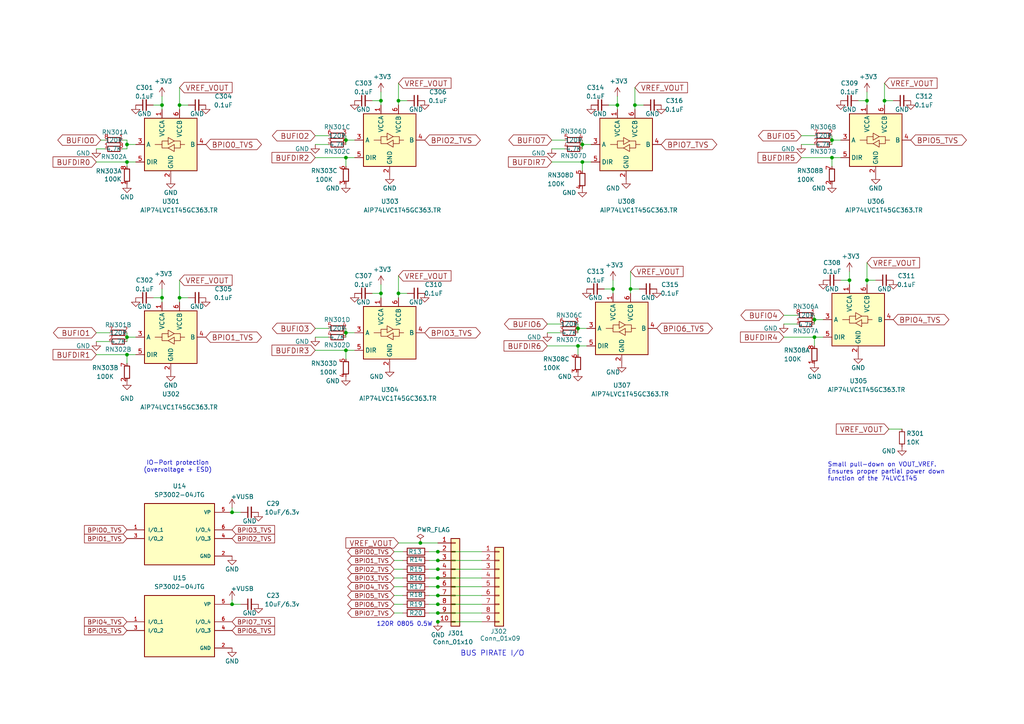
<source format=kicad_sch>
(kicad_sch (version 20231120) (generator "eeschema") (generator_version "8.0")
  (paper "A4")
  (junction (at 167.64 100.33))
  (junction (at 251.46 81.28))
  (junction (at 100.33 40.64))
  (junction (at 67.31 175.26))
  (junction (at 52.07 30.48))
  (junction (at 115.57 29.21))
  (junction (at 36.83 41.91))
  (junction (at 127 167.64))
  (junction (at 52.07 86.36))
  (junction (at 115.57 85.09))
  (junction (at 246.38 81.28))
  (junction (at 127 172.72))
  (junction (at 46.99 30.48))
  (junction (at 127 177.8))
  (junction (at 36.83 46.99))
  (junction (at 127 160.02))
  (junction (at 100.33 96.52))
  (junction (at 127 162.56))
  (junction (at 168.91 41.91))
  (junction (at 241.3 40.64))
  (junction (at 127 180.34))
  (junction (at 36.83 102.87))
  (junction (at 236.22 97.79))
  (junction (at 179.07 30.48))
  (junction (at 182.88 83.82))
  (junction (at 127 170.18))
  (junction (at 168.91 46.99))
  (junction (at 36.83 97.79))
  (junction (at 110.49 85.09))
  (junction (at 241.3 45.72))
  (junction (at 167.64 95.25))
  (junction (at 110.49 29.21))
  (junction (at 184.15 30.48))
  (junction (at 67.31 148.59))
  (junction (at 121.92 157.48))
  (junction (at 236.22 92.71))
  (junction (at 256.54 29.21))
  (junction (at 100.33 101.6))
  (junction (at 46.99 86.36))
  (junction (at 177.8 83.82))
  (junction (at 251.46 29.21))
  (junction (at 127 175.26))
  (junction (at 127 165.1))
  (junction (at 100.33 45.72))
  (wire (pts (xy 236.22 41.91) (xy 232.41 41.91)))
  (wire (pts (xy 110.49 30.48) (xy 110.49 29.21)))
  (wire (pts (xy 259.08 29.21) (xy 256.54 29.21)))
  (wire (pts (xy 127 177.8) (xy 139.7 177.8)))
  (wire (pts (xy 39.37 97.79) (xy 36.83 97.79)))
  (wire (pts (xy 114.3 177.8) (xy 116.84 177.8)))
  (wire (pts (xy 52.07 81.28) (xy 52.07 86.36)))
  (wire (pts (xy 139.7 160.02) (xy 127 160.02)))
  (wire (pts (xy 36.83 102.87) (xy 27.94 102.87)))
  (wire (pts (xy 241.3 45.72) (xy 241.3 48.26)))
  (wire (pts (xy 176.53 30.48) (xy 179.07 30.48)))
  (wire (pts (xy 36.83 99.06) (xy 36.83 97.79)))
  (wire (pts (xy 170.18 100.33) (xy 167.64 100.33)))
  (wire (pts (xy 236.22 92.71) (xy 236.22 91.44)))
  (wire (pts (xy 163.83 40.64) (xy 160.02 40.64)))
  (wire (pts (xy 124.46 170.18) (xy 127 170.18)))
  (wire (pts (xy 162.56 96.52) (xy 158.75 96.52)))
  (wire (pts (xy 100.33 45.72) (xy 100.33 48.26)))
  (wire (pts (xy 100.33 45.72) (xy 91.44 45.72)))
  (wire (pts (xy 238.76 97.79) (xy 236.22 97.79)))
  (wire (pts (xy 127 172.72) (xy 139.7 172.72)))
  (wire (pts (xy 69.85 175.26) (xy 67.31 175.26)))
  (wire (pts (xy 52.07 31.75) (xy 52.07 30.48)))
  (wire (pts (xy 243.84 81.28) (xy 246.38 81.28)))
  (wire (pts (xy 168.91 46.99) (xy 168.91 49.53)))
  (wire (pts (xy 110.49 29.21) (xy 110.49 26.67)))
  (wire (pts (xy 167.64 100.33) (xy 167.64 102.87)))
  (wire (pts (xy 54.61 30.48) (xy 52.07 30.48)))
  (wire (pts (xy 177.8 83.82) (xy 177.8 81.28)))
  (wire (pts (xy 46.99 31.75) (xy 46.99 30.48)))
  (wire (pts (xy 95.25 95.25) (xy 91.44 95.25)))
  (wire (pts (xy 36.83 97.79) (xy 36.83 96.52)))
  (wire (pts (xy 241.3 41.91) (xy 241.3 40.64)))
  (wire (pts (xy 168.91 46.99) (xy 160.02 46.99)))
  (wire (pts (xy 236.22 39.37) (xy 232.41 39.37)))
  (wire (pts (xy 118.11 85.09) (xy 115.57 85.09)))
  (wire (pts (xy 236.22 93.98) (xy 236.22 92.71)))
  (wire (pts (xy 171.45 46.99) (xy 168.91 46.99)))
  (wire (pts (xy 170.18 95.25) (xy 167.64 95.25)))
  (wire (pts (xy 124.46 167.64) (xy 127 167.64)))
  (wire (pts (xy 36.83 48.26) (xy 36.83 46.99)))
  (wire (pts (xy 114.3 175.26) (xy 116.84 175.26)))
  (wire (pts (xy 115.57 86.36) (xy 115.57 85.09)))
  (wire (pts (xy 175.26 83.82) (xy 177.8 83.82)))
  (wire (pts (xy 114.3 172.72) (xy 116.84 172.72)))
  (wire (pts (xy 114.3 170.18) (xy 116.84 170.18)))
  (wire (pts (xy 231.14 91.44) (xy 227.33 91.44)))
  (wire (pts (xy 67.31 147.32) (xy 67.31 148.59)))
  (wire (pts (xy 54.61 86.36) (xy 52.07 86.36)))
  (wire (pts (xy 115.57 30.48) (xy 115.57 29.21)))
  (wire (pts (xy 246.38 81.28) (xy 246.38 78.74)))
  (wire (pts (xy 115.57 80.01) (xy 115.57 85.09)))
  (wire (pts (xy 124.46 177.8) (xy 127 177.8)))
  (wire (pts (xy 179.07 30.48) (xy 179.07 27.94)))
  (wire (pts (xy 44.45 30.48) (xy 46.99 30.48)))
  (wire (pts (xy 162.56 93.98) (xy 158.75 93.98)))
  (wire (pts (xy 36.83 43.18) (xy 35.56 43.18)))
  (wire (pts (xy 243.84 40.64) (xy 241.3 40.64)))
  (wire (pts (xy 124.46 172.72) (xy 127 172.72)))
  (wire (pts (xy 100.33 101.6) (xy 91.44 101.6)))
  (wire (pts (xy 31.75 96.52) (xy 27.94 96.52)))
  (wire (pts (xy 243.84 45.72) (xy 241.3 45.72)))
  (wire (pts (xy 257.81 124.46) (xy 261.62 124.46)))
  (wire (pts (xy 102.87 40.64) (xy 100.33 40.64)))
  (wire (pts (xy 46.99 87.63) (xy 46.99 86.36)))
  (wire (pts (xy 39.37 102.87) (xy 36.83 102.87)))
  (wire (pts (xy 177.8 85.09) (xy 177.8 83.82)))
  (wire (pts (xy 118.11 29.21) (xy 115.57 29.21)))
  (wire (pts (xy 67.31 173.99) (xy 67.31 175.26)))
  (wire (pts (xy 95.25 39.37) (xy 91.44 39.37)))
  (wire (pts (xy 110.49 86.36) (xy 110.49 85.09)))
  (wire (pts (xy 171.45 41.91) (xy 168.91 41.91)))
  (wire (pts (xy 179.07 31.75) (xy 179.07 30.48)))
  (wire (pts (xy 115.57 24.13) (xy 115.57 29.21)))
  (wire (pts (xy 115.57 157.48) (xy 121.92 157.48)))
  (wire (pts (xy 231.14 93.98) (xy 227.33 93.98)))
  (wire (pts (xy 27.94 46.99) (xy 36.83 46.99)))
  (wire (pts (xy 30.48 40.64) (xy 29.21 40.64)))
  (wire (pts (xy 95.25 97.79) (xy 91.44 97.79)))
  (wire (pts (xy 114.3 167.64) (xy 116.84 167.64)))
  (wire (pts (xy 127 180.34) (xy 139.7 180.34)))
  (wire (pts (xy 168.91 41.91) (xy 168.91 40.64)))
  (wire (pts (xy 241.3 45.72) (xy 232.41 45.72)))
  (wire (pts (xy 124.46 160.02) (xy 127 160.02)))
  (wire (pts (xy 251.46 30.48) (xy 251.46 29.21)))
  (wire (pts (xy 114.3 162.56) (xy 116.84 162.56)))
  (wire (pts (xy 107.95 85.09) (xy 110.49 85.09)))
  (wire (pts (xy 100.33 41.91) (xy 100.33 40.64)))
  (wire (pts (xy 36.83 40.64) (xy 35.56 40.64)))
  (wire (pts (xy 102.87 45.72) (xy 100.33 45.72)))
  (wire (pts (xy 163.83 43.18) (xy 160.02 43.18)))
  (wire (pts (xy 127 167.64) (xy 139.7 167.64)))
  (wire (pts (xy 27.94 43.18) (xy 30.48 43.18)))
  (wire (pts (xy 100.33 40.64) (xy 100.33 39.37)))
  (wire (pts (xy 238.76 92.71) (xy 236.22 92.71)))
  (wire (pts (xy 254 81.28) (xy 251.46 81.28)))
  (wire (pts (xy 251.46 29.21) (xy 251.46 26.67)))
  (wire (pts (xy 114.3 165.1) (xy 116.84 165.1)))
  (wire (pts (xy 127 165.1) (xy 139.7 165.1)))
  (wire (pts (xy 124.46 165.1) (xy 127 165.1)))
  (wire (pts (xy 100.33 96.52) (xy 100.33 95.25)))
  (wire (pts (xy 31.75 99.06) (xy 27.94 99.06)))
  (wire (pts (xy 167.64 96.52) (xy 167.64 95.25)))
  (wire (pts (xy 168.91 43.18) (xy 168.91 41.91)))
  (wire (pts (xy 52.07 87.63) (xy 52.07 86.36)))
  (wire (pts (xy 256.54 24.13) (xy 256.54 29.21)))
  (wire (pts (xy 182.88 78.74) (xy 182.88 83.82)))
  (wire (pts (xy 185.42 83.82) (xy 182.88 83.82)))
  (wire (pts (xy 52.07 25.4) (xy 52.07 30.48)))
  (wire (pts (xy 167.64 100.33) (xy 158.75 100.33)))
  (wire (pts (xy 46.99 86.36) (xy 46.99 83.82)))
  (wire (pts (xy 36.83 102.87) (xy 36.83 105.41)))
  (wire (pts (xy 246.38 82.55) (xy 246.38 81.28)))
  (wire (pts (xy 236.22 97.79) (xy 227.33 97.79)))
  (wire (pts (xy 36.83 43.18) (xy 36.83 41.91)))
  (wire (pts (xy 236.22 97.79) (xy 236.22 100.33)))
  (wire (pts (xy 46.99 30.48) (xy 46.99 27.94)))
  (wire (pts (xy 124.46 162.56) (xy 127 162.56)))
  (wire (pts (xy 100.33 101.6) (xy 100.33 104.14)))
  (wire (pts (xy 251.46 76.2) (xy 251.46 81.28)))
  (wire (pts (xy 95.25 41.91) (xy 91.44 41.91)))
  (wire (pts (xy 102.87 96.52) (xy 100.33 96.52)))
  (wire (pts (xy 241.3 40.64) (xy 241.3 39.37)))
  (wire (pts (xy 36.83 41.91) (xy 36.83 40.64)))
  (wire (pts (xy 121.92 157.48) (xy 127 157.48)))
  (wire (pts (xy 44.45 86.36) (xy 46.99 86.36)))
  (wire (pts (xy 100.33 97.79) (xy 100.33 96.52)))
  (wire (pts (xy 114.3 160.02) (xy 116.84 160.02)))
  (wire (pts (xy 167.64 95.25) (xy 167.64 93.98)))
  (wire (pts (xy 127 170.18) (xy 139.7 170.18)))
  (wire (pts (xy 186.69 30.48) (xy 184.15 30.48)))
  (wire (pts (xy 184.15 25.4) (xy 184.15 30.48)))
  (wire (pts (xy 124.46 175.26) (xy 127 175.26)))
  (wire (pts (xy 127 175.26) (xy 139.7 175.26)))
  (wire (pts (xy 127 162.56) (xy 139.7 162.56)))
  (wire (pts (xy 107.95 29.21) (xy 110.49 29.21)))
  (wire (pts (xy 248.92 29.21) (xy 251.46 29.21)))
  (wire (pts (xy 69.85 148.59) (xy 67.31 148.59)))
  (wire (pts (xy 184.15 31.75) (xy 184.15 30.48)))
  (wire (pts (xy 102.87 101.6) (xy 100.33 101.6)))
  (wire (pts (xy 256.54 30.48) (xy 256.54 29.21)))
  (wire (pts (xy 36.83 46.99) (xy 39.37 46.99)))
  (wire (pts (xy 182.88 85.09) (xy 182.88 83.82)))
  (wire (pts (xy 39.37 41.91) (xy 36.83 41.91)))
  (wire (pts (xy 251.46 82.55) (xy 251.46 81.28)))
  (wire (pts (xy 110.49 85.09) (xy 110.49 82.55)))
  (text "120R 0805 0.5W" (at 117.348 181.102 0) (effects (font (size 1.27 1.27))))
  (text "Small pull-down on VOUT_VREF.\nEnsures proper partial power down \nfunction of the 74LVC1T45" (at 240.03 139.7 0) (effects (font (size 1.27 1.27)) (justify left bottom)))
  (text "BUS PIRATE I/O" (at 152.146 190.5 0) (effects (font (size 1.524 1.524)) (justify right bottom)))
  (text "IO-Port protection\n(overvoltage + ESD)" (at 51.562 135.382 0) (effects (font (size 1.27 1.27))))
  (global_label "BPIO2_TVS" (shape bidirectional) (at 123.19 40.64 0) (effects (font (size 1.524 1.524))) (property "Intersheetrefs" "${INTERSHEET_REFS}" (effects (hide yes))))
  (global_label "BPIO0_TVS" (shape bidirectional) (at 59.69 41.91 0) (effects (font (size 1.524 1.524))) (property "Intersheetrefs" "${INTERSHEET_REFS}" (effects (hide yes))))
  (global_label "BPIO7_TVS" (shape bidirectional) (at 191.77 41.91 0) (effects (font (size 1.524 1.524))) (property "Intersheetrefs" "${INTERSHEET_REFS}" (effects (hide yes))))
  (global_label "BUFDIR0" (shape input) (at 27.94 46.99 180) (effects (font (size 1.524 1.524))) (property "Intersheetrefs" "${INTERSHEET_REFS}" (effects (hide yes))))
  (global_label "BUFIO5" (shape bidirectional) (at 232.41 39.37 180) (effects (font (size 1.524 1.524))) (property "Intersheetrefs" "${INTERSHEET_REFS}" (effects (hide yes))))
  (global_label "BUFIO3" (shape bidirectional) (at 91.44 95.25 180) (effects (font (size 1.524 1.524))) (property "Intersheetrefs" "${INTERSHEET_REFS}" (effects (hide yes))))
  (global_label "VREF_VOUT" (shape input) (at 115.57 157.48 180) (effects (font (size 1.524 1.524))) (property "Intersheetrefs" "${INTERSHEET_REFS}" (effects (hide yes))))
  (global_label "BUFDIR4" (shape input) (at 227.33 97.79 180) (effects (font (size 1.524 1.524))) (property "Intersheetrefs" "${INTERSHEET_REFS}" (effects (hide yes))))
  (global_label "BUFIO0" (shape bidirectional) (at 29.21 40.64 180) (effects (font (size 1.524 1.524))) (property "Intersheetrefs" "${INTERSHEET_REFS}" (effects (hide yes))))
  (global_label "BPIO7_TVS" (shape input) (at 67.31 180.34 0) (property "Intersheetrefs" "${INTERSHEET_REFS}" (effects (hide yes))))
  (global_label "VREF_VOUT" (shape input) (at 115.57 80.01 0) (effects (font (size 1.524 1.524))) (property "Intersheetrefs" "${INTERSHEET_REFS}" (effects (hide yes))))
  (global_label "BPIO3_TVS" (shape input) (at 67.31 153.67 0) (property "Intersheetrefs" "${INTERSHEET_REFS}" (effects (hide yes))))
  (global_label "BUFIO2" (shape bidirectional) (at 91.44 39.37 180) (effects (font (size 1.524 1.524))) (property "Intersheetrefs" "${INTERSHEET_REFS}" (effects (hide yes))))
  (global_label "BUFDIR3" (shape input) (at 91.44 101.6 180) (effects (font (size 1.524 1.524))) (property "Intersheetrefs" "${INTERSHEET_REFS}" (effects (hide yes))))
  (global_label "BPIO5_TVS" (shape input) (at 36.83 182.88 180) (property "Intersheetrefs" "${INTERSHEET_REFS}" (effects (hide yes))))
  (global_label "BUFIO4" (shape bidirectional) (at 227.33 91.44 180) (effects (font (size 1.524 1.524))) (property "Intersheetrefs" "${INTERSHEET_REFS}" (effects (hide yes))))
  (global_label "BPIO5_TVS" (shape bidirectional) (at 264.16 40.64 0) (effects (font (size 1.524 1.524))) (property "Intersheetrefs" "${INTERSHEET_REFS}" (effects (hide yes))))
  (global_label "BUFDIR2" (shape input) (at 91.44 45.72 180) (effects (font (size 1.524 1.524))) (property "Intersheetrefs" "${INTERSHEET_REFS}" (effects (hide yes))))
  (global_label "BPIO6_TVS" (shape input) (at 67.31 182.88 0) (property "Intersheetrefs" "${INTERSHEET_REFS}" (effects (hide yes))))
  (global_label "BPIO1_TVS" (shape bidirectional) (at 59.69 97.79 0) (effects (font (size 1.524 1.524))) (property "Intersheetrefs" "${INTERSHEET_REFS}" (effects (hide yes))))
  (global_label "BPIO1_TVS" (shape bidirectional) (at 114.3 162.56 180) (property "Intersheetrefs" "${INTERSHEET_REFS}" (effects (hide yes))))
  (global_label "VREF_VOUT" (shape input) (at 52.07 25.4 0) (effects (font (size 1.524 1.524))) (property "Intersheetrefs" "${INTERSHEET_REFS}" (effects (hide yes))))
  (global_label "BPIO4_TVS" (shape input) (at 36.83 180.34 180) (property "Intersheetrefs" "${INTERSHEET_REFS}" (effects (hide yes))))
  (global_label "VREF_VOUT" (shape input) (at 115.57 24.13 0) (effects (font (size 1.524 1.524))) (property "Intersheetrefs" "${INTERSHEET_REFS}" (effects (hide yes))))
  (global_label "BPIO4_TVS" (shape bidirectional) (at 114.3 170.18 180) (property "Intersheetrefs" "${INTERSHEET_REFS}" (effects (hide yes))))
  (global_label "BPIO4_TVS" (shape bidirectional) (at 259.08 92.71 0) (effects (font (size 1.524 1.524))) (property "Intersheetrefs" "${INTERSHEET_REFS}" (effects (hide yes))))
  (global_label "VREF_VOUT" (shape input) (at 257.81 124.46 180) (effects (font (size 1.524 1.524))) (property "Intersheetrefs" "${INTERSHEET_REFS}" (effects (hide yes))))
  (global_label "BPIO6_TVS" (shape bidirectional) (at 114.3 175.26 180) (property "Intersheetrefs" "${INTERSHEET_REFS}" (effects (hide yes))))
  (global_label "VREF_VOUT" (shape input) (at 184.15 25.4 0) (effects (font (size 1.524 1.524))) (property "Intersheetrefs" "${INTERSHEET_REFS}" (effects (hide yes))))
  (global_label "BPIO1_TVS" (shape input) (at 36.83 156.21 180) (property "Intersheetrefs" "${INTERSHEET_REFS}" (effects (hide yes))))
  (global_label "VREF_VOUT" (shape input) (at 182.88 78.74 0) (effects (font (size 1.524 1.524))) (property "Intersheetrefs" "${INTERSHEET_REFS}" (effects (hide yes))))
  (global_label "BPIO6_TVS" (shape bidirectional) (at 190.5 95.25 0) (effects (font (size 1.524 1.524))) (property "Intersheetrefs" "${INTERSHEET_REFS}" (effects (hide yes))))
  (global_label "BPIO3_TVS" (shape bidirectional) (at 123.19 96.52 0) (effects (font (size 1.524 1.524))) (property "Intersheetrefs" "${INTERSHEET_REFS}" (effects (hide yes))))
  (global_label "BUFIO1" (shape bidirectional) (at 27.94 96.52 180) (effects (font (size 1.524 1.524))) (property "Intersheetrefs" "${INTERSHEET_REFS}" (effects (hide yes))))
  (global_label "BUFDIR5" (shape input) (at 232.41 45.72 180) (effects (font (size 1.524 1.524))) (property "Intersheetrefs" "${INTERSHEET_REFS}" (effects (hide yes))))
  (global_label "VREF_VOUT" (shape input) (at 256.54 24.13 0) (effects (font (size 1.524 1.524))) (property "Intersheetrefs" "${INTERSHEET_REFS}" (effects (hide yes))))
  (global_label "BUFIO7" (shape bidirectional) (at 160.02 40.64 180) (effects (font (size 1.524 1.524))) (property "Intersheetrefs" "${INTERSHEET_REFS}" (effects (hide yes))))
  (global_label "VREF_VOUT" (shape input) (at 52.07 81.28 0) (effects (font (size 1.524 1.524))) (property "Intersheetrefs" "${INTERSHEET_REFS}" (effects (hide yes))))
  (global_label "BPIO3_TVS" (shape bidirectional) (at 114.3 167.64 180) (property "Intersheetrefs" "${INTERSHEET_REFS}" (effects (hide yes))))
  (global_label "BUFDIR1" (shape input) (at 27.94 102.87 180) (effects (font (size 1.524 1.524))) (property "Intersheetrefs" "${INTERSHEET_REFS}" (effects (hide yes))))
  (global_label "BUFDIR6" (shape input) (at 158.75 100.33 180) (effects (font (size 1.524 1.524))) (property "Intersheetrefs" "${INTERSHEET_REFS}" (effects (hide yes))))
  (global_label "VREF_VOUT" (shape input) (at 251.46 76.2 0) (effects (font (size 1.524 1.524))) (property "Intersheetrefs" "${INTERSHEET_REFS}" (effects (hide yes))))
  (global_label "BPIO7_TVS" (shape bidirectional) (at 114.3 177.8 180) (property "Intersheetrefs" "${INTERSHEET_REFS}" (effects (hide yes))))
  (global_label "BPIO2_TVS" (shape input) (at 67.31 156.21 0) (property "Intersheetrefs" "${INTERSHEET_REFS}" (effects (hide yes))))
  (global_label "BUFIO6" (shape bidirectional) (at 158.75 93.98 180) (effects (font (size 1.524 1.524))) (property "Intersheetrefs" "${INTERSHEET_REFS}" (effects (hide yes))))
  (global_label "BPIO0_TVS" (shape bidirectional) (at 114.3 160.02 180) (property "Intersheetrefs" "${INTERSHEET_REFS}" (effects (hide yes))))
  (global_label "BPIO2_TVS" (shape bidirectional) (at 114.3 165.1 180) (property "Intersheetrefs" "${INTERSHEET_REFS}" (effects (hide yes))))
  (global_label "BPIO5_TVS" (shape bidirectional) (at 114.3 172.72 180) (property "Intersheetrefs" "${INTERSHEET_REFS}" (effects (hide yes))))
  (global_label "BPIO0_TVS" (shape input) (at 36.83 153.67 180) (property "Intersheetrefs" "${INTERSHEET_REFS}" (effects (hide yes))))
  (global_label "BUFDIR7" (shape input) (at 160.02 46.99 180) (effects (font (size 1.524 1.524))) (property "Intersheetrefs" "${INTERSHEET_REFS}" (effects (hide yes))))
  (symbol (lib_id "power:+3V3") (at 46.99 27.94 0) (unit 1)
    (property "Reference" "#PWR0310" (effects (hide yes)))
    (property "Value" "+3V3" (at 47.371 23.5458 0))
  )
  (symbol (lib_id "Device:C_Small") (at 57.15 30.48 90) (unit 1)
    (property "Reference" "C304" (at 64.77 27.94 90))
    (property "Value" "0.1uF" (at 64.77 30.48 90))
    (property "Footprint" "Capacitor_SMD:C_0402_1005Metric" (effects (hide yes)))
    (property "RMB" "0.00628" (effects (hide yes)))
    (property "Supplier" "https://item.szlcsc.com/1877.html" (effects (hide yes)))
  )
  (symbol (lib_id "power:GND") (at 39.37 30.48 0) (unit 1)
    (property "Reference" "#PWR0307" (effects (hide yes)))
    (property "Value" "GND" (at 41.91 33.02 0))
  )
  (symbol (lib_id "power:GND") (at 59.69 30.48 0) (unit 1)
    (property "Reference" "#PWR0316" (effects (hide yes)))
    (property "Value" "GND" (at 57.15 33.02 0))
  )
  (symbol (lib_id "power:GND") (at 49.53 52.07 0) (unit 1)
    (property "Reference" "#PWR0313" (effects (hide yes)))
    (property "Value" "GND" (at 49.53 55.88 0))
  )
  (symbol (lib_id "power:GND") (at 27.94 43.18 0) (unit 1)
    (property "Reference" "#PWR0301" (effects (hide yes)))
    (property "Value" "GND" (at 24.13 44.45 0))
  )
  (symbol (lib_id "power:GND") (at 36.83 53.34 0) (unit 1)
    (property "Reference" "#PWR0304" (effects (hide yes)))
    (property "Value" "GND" (at 36.83 57.15 0))
  )
  (symbol (lib_id "Device:C_Small") (at 41.91 86.36 90) (unit 1)
    (property "Reference" "C302" (at 41.91 81.28 90))
    (property "Value" "0.1uF" (at 41.91 83.82 90))
    (property "Footprint" "Capacitor_SMD:C_0402_1005Metric" (effects (hide yes)))
    (property "RMB" "0.00628" (effects (hide yes)))
    (property "Supplier" "https://item.szlcsc.com/1877.html" (effects (hide yes)))
  )
  (symbol (lib_id "Logic_LevelTranslator:SN74LVC1T45DCK") (at 49.53 97.79 0) (unit 1)
    (property "Reference" "U302" (at 46.99 114.3 0) (effects (justify left)))
    (property "Value" "AiP74LVC1T45GC363.TR" (at 40.64 118.11 0) (effects (justify left)))
    (property "Footprint" "Package_TO_SOT_SMD:SOT-363_SC-70-6" (effects (hide yes)))
    (property "Datasheet" "http://www.ti.com/lit/ds/symlink/sn74lvc1t45.pdf" (effects (hide yes)))
    (property "RMB" "1.33" (effects (hide yes)))
    (property "Supplier" "https://item.szlcsc.com/9911.html" (effects (hide yes)))
  )
  (symbol (lib_id "power:+3V3") (at 46.99 83.82 0) (unit 1)
    (property "Reference" "#PWR0311" (effects (hide yes)))
    (property "Value" "+3V3" (at 47.371 79.4258 0))
  )
  (symbol (lib_id "Device:C_Small") (at 57.15 86.36 90) (unit 1)
    (property "Reference" "C305" (at 64.77 83.82 90))
    (property "Value" "0.1uF" (at 64.77 86.36 90))
    (property "Footprint" "Capacitor_SMD:C_0402_1005Metric" (effects (hide yes)))
    (property "RMB" "0.00628" (effects (hide yes)))
    (property "Supplier" "https://item.szlcsc.com/1877.html" (effects (hide yes)))
  )
  (symbol (lib_id "power:GND") (at 39.37 86.36 0) (unit 1)
    (property "Reference" "#PWR0308" (effects (hide yes)))
    (property "Value" "GND" (at 41.91 88.9 0))
  )
  (symbol (lib_id "power:GND") (at 59.69 86.36 0) (unit 1)
    (property "Reference" "#PWR0318" (effects (hide yes)))
    (property "Value" "GND" (at 57.15 88.9 0))
  )
  (symbol (lib_id "power:GND") (at 49.53 107.95 0) (unit 1)
    (property "Reference" "#PWR0314" (effects (hide yes)))
    (property "Value" "GND" (at 49.53 111.76 0))
  )
  (symbol (lib_id "power:GND") (at 27.94 99.06 0) (unit 1)
    (property "Reference" "#PWR0302" (effects (hide yes)))
    (property "Value" "GND" (at 24.13 100.33 0))
  )
  (symbol (lib_id "power:GND") (at 36.83 110.49 0) (unit 1)
    (property "Reference" "#PWR0305" (effects (hide yes)))
    (property "Value" "GND" (at 36.83 115.57 0))
  )
  (symbol (lib_id "Device:C_Small") (at 105.41 29.21 90) (unit 1)
    (property "Reference" "C303" (at 105.41 24.13 90))
    (property "Value" "0.1uF" (at 105.41 26.67 90))
    (property "Footprint" "Capacitor_SMD:C_0402_1005Metric" (effects (hide yes)))
    (property "RMB" "0.00628" (effects (hide yes)))
    (property "Supplier" "https://item.szlcsc.com/1877.html" (effects (hide yes)))
  )
  (symbol (lib_id "Logic_LevelTranslator:SN74LVC1T45DCK") (at 113.03 40.64 0) (unit 1)
    (property "Reference" "U303" (at 110.49 58.42 0) (effects (justify left)))
    (property "Value" "AiP74LVC1T45GC363.TR" (at 105.41 60.96 0) (effects (justify left)))
    (property "Footprint" "Package_TO_SOT_SMD:SOT-363_SC-70-6" (effects (hide yes)))
    (property "Datasheet" "http://www.ti.com/lit/ds/symlink/sn74lvc1t45.pdf" (effects (hide yes)))
    (property "RMB" "1.33" (effects (hide yes)))
    (property "Supplier" "https://item.szlcsc.com/9911.html" (effects (hide yes)))
  )
  (symbol (lib_id "power:+3V3") (at 110.49 26.67 0) (unit 1)
    (property "Reference" "#PWR0312" (effects (hide yes)))
    (property "Value" "+3V3" (at 110.871 22.2758 0))
  )
  (symbol (lib_id "Device:C_Small") (at 120.65 29.21 90) (unit 1)
    (property "Reference" "C306" (at 127 26.67 90))
    (property "Value" "0.1uF" (at 127 29.21 90))
    (property "Footprint" "Capacitor_SMD:C_0402_1005Metric" (effects (hide yes)))
    (property "RMB" "0.00628" (effects (hide yes)))
    (property "Supplier" "https://item.szlcsc.com/1877.html" (effects (hide yes)))
  )
  (symbol (lib_id "power:GND") (at 102.87 29.21 0) (unit 1)
    (property "Reference" "#PWR0309" (effects (hide yes)))
    (property "Value" "GND" (at 105.41 31.75 0))
  )
  (symbol (lib_id "power:GND") (at 123.19 29.21 0) (unit 1)
    (property "Reference" "#PWR0320" (effects (hide yes)))
    (property "Value" "GND" (at 120.65 31.75 0))
  )
  (symbol (lib_id "power:GND") (at 113.03 50.8 0) (unit 1)
    (property "Reference" "#PWR0315" (effects (hide yes)))
    (property "Value" "GND" (at 113.03 54.61 0))
  )
  (symbol (lib_id "power:GND") (at 91.44 41.91 0) (unit 1)
    (property "Reference" "#PWR0303" (effects (hide yes)))
    (property "Value" "GND" (at 87.63 43.18 0))
  )
  (symbol (lib_id "power:GND") (at 100.33 53.34 0) (unit 1)
    (property "Reference" "#PWR0306" (effects (hide yes)))
    (property "Value" "GND" (at 96.52 54.61 0))
  )
  (symbol (lib_id "Device:C_Small") (at 105.41 85.09 90) (unit 1)
    (property "Reference" "C307" (at 105.41 80.01 90))
    (property "Value" "0.1uF" (at 105.41 82.55 90))
    (property "Footprint" "Capacitor_SMD:C_0402_1005Metric" (effects (hide yes)))
    (property "RMB" "0.00628" (effects (hide yes)))
    (property "Supplier" "https://item.szlcsc.com/1877.html" (effects (hide yes)))
  )
  (symbol (lib_id "Logic_LevelTranslator:SN74LVC1T45DCK") (at 113.03 96.52 0) (unit 1)
    (property "Reference" "U304" (at 110.49 113.03 0) (effects (justify left)))
    (property "Value" "AiP74LVC1T45GC363.TR" (at 104.14 115.57 0) (effects (justify left)))
    (property "Footprint" "Package_TO_SOT_SMD:SOT-363_SC-70-6" (effects (hide yes)))
    (property "Datasheet" "http://www.ti.com/lit/ds/symlink/sn74lvc1t45.pdf" (effects (hide yes)))
    (property "RMB" "1.33" (effects (hide yes)))
    (property "Supplier" "https://item.szlcsc.com/9911.html" (effects (hide yes)))
  )
  (symbol (lib_id "power:+3V3") (at 110.49 82.55 0) (unit 1)
    (property "Reference" "#PWR0331" (effects (hide yes)))
    (property "Value" "+3V3" (at 110.871 78.1558 0))
  )
  (symbol (lib_id "Device:C_Small") (at 120.65 85.09 90) (unit 1)
    (property "Reference" "C310" (at 125.73 82.55 90))
    (property "Value" "0.1uF" (at 125.73 85.09 90))
    (property "Footprint" "Capacitor_SMD:C_0402_1005Metric" (effects (hide yes)))
    (property "RMB" "0.00628" (effects (hide yes)))
    (property "Supplier" "https://item.szlcsc.com/1877.html" (effects (hide yes)))
  )
  (symbol (lib_id "power:GND") (at 102.87 85.09 0) (unit 1)
    (property "Reference" "#PWR0327" (effects (hide yes)))
    (property "Value" "GND" (at 105.41 87.63 0))
  )
  (symbol (lib_id "power:GND") (at 123.19 85.09 0) (unit 1)
    (property "Reference" "#PWR0337" (effects (hide yes)))
    (property "Value" "GND" (at 120.65 87.63 0))
  )
  (symbol (lib_id "power:GND") (at 113.03 106.68 0) (unit 1)
    (property "Reference" "#PWR0333" (effects (hide yes)))
    (property "Value" "GND" (at 109.22 109.22 0))
  )
  (symbol (lib_id "power:GND") (at 91.44 97.79 0) (unit 1)
    (property "Reference" "#PWR0322" (effects (hide yes)))
    (property "Value" "GND" (at 87.63 99.06 0))
  )
  (symbol (lib_id "power:GND") (at 100.33 109.22 0) (unit 1)
    (property "Reference" "#PWR0325" (effects (hide yes)))
    (property "Value" "GND" (at 96.52 110.49 0))
  )
  (symbol (lib_id "Device:C_Small") (at 241.3 81.28 90) (unit 1)
    (property "Reference" "C308" (at 241.3 76.2 90))
    (property "Value" "0.1uF" (at 241.3 78.74 90))
    (property "Footprint" "Capacitor_SMD:C_0402_1005Metric" (effects (hide yes)))
    (property "RMB" "0.00628" (effects (hide yes)))
    (property "Supplier" "https://item.szlcsc.com/1877.html" (effects (hide yes)))
  )
  (symbol (lib_id "Logic_LevelTranslator:SN74LVC1T45DCK") (at 248.92 92.71 0) (unit 1)
    (property "Reference" "U305" (at 246.38 110.49 0) (effects (justify left)))
    (property "Value" "AiP74LVC1T45GC363.TR" (at 240.03 113.03 0) (effects (justify left)))
    (property "Footprint" "Package_TO_SOT_SMD:SOT-363_SC-70-6" (effects (hide yes)))
    (property "Datasheet" "http://www.ti.com/lit/ds/symlink/sn74lvc1t45.pdf" (effects (hide yes)))
    (property "RMB" "1.33" (effects (hide yes)))
    (property "Supplier" "https://item.szlcsc.com/9911.html" (effects (hide yes)))
  )
  (symbol (lib_id "power:+3V3") (at 246.38 78.74 0) (unit 1)
    (property "Reference" "#PWR0332" (effects (hide yes)))
    (property "Value" "+3V3" (at 246.761 74.3458 0))
  )
  (symbol (lib_id "Device:C_Small") (at 256.54 81.28 90) (unit 1)
    (property "Reference" "C311" (at 262.89 80.01 90))
    (property "Value" "0.1uF" (at 262.89 82.55 90))
    (property "Footprint" "Capacitor_SMD:C_0402_1005Metric" (effects (hide yes)))
    (property "RMB" "0.00628" (effects (hide yes)))
    (property "Supplier" "https://item.szlcsc.com/1877.html" (effects (hide yes)))
  )
  (symbol (lib_id "power:GND") (at 238.76 81.28 0) (unit 1)
    (property "Reference" "#PWR0329" (effects (hide yes)))
    (property "Value" "GND" (at 241.3 83.82 0))
  )
  (symbol (lib_id "power:GND") (at 259.08 81.28 0) (unit 1)
    (property "Reference" "#PWR0339" (effects (hide yes)))
    (property "Value" "GND" (at 256.54 83.82 0))
  )
  (symbol (lib_id "power:GND") (at 248.92 102.87 0) (unit 1)
    (property "Reference" "#PWR0335" (effects (hide yes)))
    (property "Value" "GND" (at 248.92 106.68 0))
  )
  (symbol (lib_id "power:GND") (at 227.33 93.98 0) (unit 1)
    (property "Reference" "#PWR0323" (effects (hide yes)))
    (property "Value" "GND" (at 223.52 95.25 0))
  )
  (symbol (lib_id "power:GND") (at 236.22 105.41 0) (unit 1)
    (property "Reference" "#PWR0326" (effects (hide yes)))
    (property "Value" "GND" (at 236.22 109.22 0))
  )
  (symbol (lib_id "Device:C_Small") (at 246.38 29.21 90) (unit 1)
    (property "Reference" "C309" (at 246.38 24.13 90))
    (property "Value" "0.1uF" (at 246.38 26.67 90))
    (property "Footprint" "Capacitor_SMD:C_0402_1005Metric" (effects (hide yes)))
    (property "RMB" "0.00628" (effects (hide yes)))
    (property "Supplier" "https://item.szlcsc.com/1877.html" (effects (hide yes)))
  )
  (symbol (lib_id "Logic_LevelTranslator:SN74LVC1T45DCK") (at 254 40.64 0) (unit 1)
    (property "Reference" "U306" (at 251.46 58.42 0) (effects (justify left)))
    (property "Value" "AiP74LVC1T45GC363.TR" (at 245.11 60.96 0) (effects (justify left)))
    (property "Footprint" "Package_TO_SOT_SMD:SOT-363_SC-70-6" (effects (hide yes)))
    (property "Datasheet" "http://www.ti.com/lit/ds/symlink/sn74lvc1t45.pdf" (effects (hide yes)))
    (property "RMB" "1.33" (effects (hide yes)))
    (property "Supplier" "https://item.szlcsc.com/9911.html" (effects (hide yes)))
  )
  (symbol (lib_id "power:+3V3") (at 251.46 26.67 0) (unit 1)
    (property "Reference" "#PWR0334" (effects (hide yes)))
    (property "Value" "+3V3" (at 251.841 22.2758 0))
  )
  (symbol (lib_id "Device:C_Small") (at 261.62 29.21 90) (unit 1)
    (property "Reference" "C312" (at 267.97 27.94 90))
    (property "Value" "0.1uF" (at 267.97 30.48 90))
    (property "Footprint" "Capacitor_SMD:C_0402_1005Metric" (effects (hide yes)))
    (property "RMB" "0.00628" (effects (hide yes)))
    (property "Supplier" "https://item.szlcsc.com/1877.html" (effects (hide yes)))
  )
  (symbol (lib_id "power:GND") (at 243.84 29.21 0) (unit 1)
    (property "Reference" "#PWR0330" (effects (hide yes)))
    (property "Value" "GND" (at 246.38 31.75 0))
  )
  (symbol (lib_id "power:GND") (at 264.16 29.21 0) (unit 1)
    (property "Reference" "#PWR0341" (effects (hide yes)))
    (property "Value" "GND" (at 261.62 31.75 0))
  )
  (symbol (lib_id "power:GND") (at 254 50.8 0) (unit 1)
    (property "Reference" "#PWR0336" (effects (hide yes)))
    (property "Value" "GND" (at 254 54.61 0))
  )
  (symbol (lib_id "power:GND") (at 232.41 41.91 0) (unit 1)
    (property "Reference" "#PWR0324" (effects (hide yes)))
    (property "Value" "GND" (at 228.6 43.18 0))
  )
  (symbol (lib_id "power:GND") (at 241.3 53.34 0) (unit 1)
    (property "Reference" "#PWR0328" (effects (hide yes)))
    (property "Value" "GND" (at 237.49 54.61 0))
  )
  (symbol (lib_id "Device:C_Small") (at 172.72 83.82 90) (unit 1)
    (property "Reference" "C313" (at 172.72 78.74 90))
    (property "Value" "0.1uF" (at 172.72 81.28 90))
    (property "Footprint" "Capacitor_SMD:C_0402_1005Metric" (effects (hide yes)))
    (property "RMB" "0.00628" (effects (hide yes)))
    (property "Supplier" "https://item.szlcsc.com/1877.html" (effects (hide yes)))
  )
  (symbol (lib_id "Logic_LevelTranslator:SN74LVC1T45DCK") (at 180.34 95.25 0) (unit 1)
    (property "Reference" "U307" (at 177.8 111.76 0) (effects (justify left)))
    (property "Value" "AiP74LVC1T45GC363.TR" (at 171.45 114.3 0) (effects (justify left)))
    (property "Footprint" "Package_TO_SOT_SMD:SOT-363_SC-70-6" (effects (hide yes)))
    (property "Datasheet" "http://www.ti.com/lit/ds/symlink/sn74lvc1t45.pdf" (effects (hide yes)))
    (property "RMB" "1.33" (effects (hide yes)))
    (property "Supplier" "https://item.szlcsc.com/9911.html" (effects (hide yes)))
  )
  (symbol (lib_id "power:+3V3") (at 177.8 81.28 0) (unit 1)
    (property "Reference" "#PWR0349" (effects (hide yes)))
    (property "Value" "+3V3" (at 178.181 76.8858 0))
  )
  (symbol (lib_id "Device:C_Small") (at 187.96 83.82 90) (unit 1)
    (property "Reference" "C315" (at 194.31 82.55 90))
    (property "Value" "0.1uF" (at 194.31 85.09 90))
    (property "Footprint" "Capacitor_SMD:C_0402_1005Metric" (effects (hide yes)))
    (property "RMB" "0.00628" (effects (hide yes)))
    (property "Supplier" "https://item.szlcsc.com/1877.html" (effects (hide yes)))
  )
  (symbol (lib_id "power:GND") (at 170.18 83.82 0) (unit 1)
    (property "Reference" "#PWR0347" (effects (hide yes)))
    (property "Value" "GND" (at 172.72 86.36 0))
  )
  (symbol (lib_id "power:GND") (at 190.5 83.82 0) (unit 1)
    (property "Reference" "#PWR0354" (effects (hide yes)))
    (property "Value" "GND" (at 187.96 86.36 0))
  )
  (symbol (lib_id "power:GND") (at 180.34 105.41 0) (unit 1)
    (property "Reference" "#PWR0351" (effects (hide yes)))
    (property "Value" "GND" (at 177.8 107.95 0))
  )
  (symbol (lib_id "power:GND") (at 158.75 96.52 0) (unit 1)
    (property "Reference" "#PWR0343" (effects (hide yes)))
    (property "Value" "GND" (at 154.94 97.79 0))
  )
  (symbol (lib_id "power:GND") (at 167.64 107.95 0) (unit 1)
    (property "Reference" "#PWR0345" (effects (hide yes)))
    (property "Value" "GND" (at 163.83 109.22 0))
  )
  (symbol (lib_id "Device:C_Small") (at 173.99 30.48 90) (unit 1)
    (property "Reference" "C314" (at 172.72 25.4 90))
    (property "Value" "0.1uF" (at 172.72 27.94 90))
    (property "Footprint" "Capacitor_SMD:C_0402_1005Metric" (effects (hide yes)))
    (property "RMB" "0.00628" (effects (hide yes)))
    (property "Supplier" "https://item.szlcsc.com/1877.html" (effects (hide yes)))
  )
  (symbol (lib_id "Logic_LevelTranslator:SN74LVC1T45DCK") (at 181.61 41.91 0) (unit 1)
    (property "Reference" "U308" (at 179.07 58.42 0) (effects (justify left)))
    (property "Value" "AiP74LVC1T45GC363.TR" (at 173.99 60.96 0) (effects (justify left)))
    (property "Footprint" "Package_TO_SOT_SMD:SOT-363_SC-70-6" (effects (hide yes)))
    (property "Datasheet" "http://www.ti.com/lit/ds/symlink/sn74lvc1t45.pdf" (effects (hide yes)))
    (property "RMB" "1.33" (effects (hide yes)))
    (property "Supplier" "https://item.szlcsc.com/9911.html" (effects (hide yes)))
  )
  (symbol (lib_id "power:+3V3") (at 179.07 27.94 0) (unit 1)
    (property "Reference" "#PWR0350" (effects (hide yes)))
    (property "Value" "+3V3" (at 179.451 23.5458 0))
  )
  (symbol (lib_id "Device:C_Small") (at 189.23 30.48 90) (unit 1)
    (property "Reference" "C316" (at 195.58 29.21 90))
    (property "Value" "0.1uF" (at 195.58 31.75 90))
    (property "Footprint" "Capacitor_SMD:C_0402_1005Metric" (effects (hide yes)))
    (property "RMB" "0.00628" (effects (hide yes)))
    (property "Supplier" "https://item.szlcsc.com/1877.html" (effects (hide yes)))
  )
  (symbol (lib_id "power:GND") (at 171.45 30.48 0) (unit 1)
    (property "Reference" "#PWR0348" (effects (hide yes)))
    (property "Value" "GND" (at 173.99 33.02 0))
  )
  (symbol (lib_id "power:GND") (at 191.77 30.48 0) (unit 1)
    (property "Reference" "#PWR0356" (effects (hide yes)))
    (property "Value" "GND" (at 189.23 33.02 0))
  )
  (symbol (lib_id "power:GND") (at 181.61 52.07 0) (unit 1)
    (property "Reference" "#PWR0352" (effects (hide yes)))
    (property "Value" "GND" (at 177.8 54.61 0))
  )
  (symbol (lib_id "power:GND") (at 160.02 43.18 0) (unit 1)
    (property "Reference" "#PWR0344" (effects (hide yes)))
    (property "Value" "GND" (at 156.21 44.45 0))
  )
  (symbol (lib_id "power:GND") (at 168.91 54.61 0) (unit 1)
    (property "Reference" "#PWR0346" (effects (hide yes)))
    (property "Value" "GND" (at 165.1 55.88 0))
  )
  (symbol (lib_id "Device:C_Small") (at 41.91 30.48 90) (unit 1)
    (property "Reference" "C301" (at 41.91 25.4 90))
    (property "Value" "0.1uF" (at 41.91 27.94 90))
    (property "Footprint" "Capacitor_SMD:C_0402_1005Metric" (effects (hide yes)))
    (property "RMB" "0.00628" (effects (hide yes)))
    (property "Supplier" "https://item.szlcsc.com/1877.html" (effects (hide yes)))
  )
  (symbol (lib_id "Logic_LevelTranslator:SN74LVC1T45DCK") (at 49.53 41.91 0) (unit 1)
    (property "Reference" "U301" (at 46.99 58.42 0) (effects (justify left)))
    (property "Value" "AiP74LVC1T45GC363.TR" (at 40.64 60.96 0) (effects (justify left)))
    (property "Footprint" "Package_TO_SOT_SMD:SOT-363_SC-70-6" (effects (hide yes)))
    (property "Datasheet" "http://www.ti.com/lit/ds/symlink/sn74lvc1t45.pdf" (effects (hide yes)))
    (property "RMB" "1.33" (effects (hide yes)))
    (property "Supplier" "https://item.szlcsc.com/9911.html" (effects (hide yes)))
  )
  (symbol (lib_id "Connector_Generic:Conn_01x10") (at 132.08 167.64 0) (unit 1)
    (property "Reference" "J301" (at 129.794 183.642 0) (effects (justify left)))
    (property "Value" "Conn_01x10" (at 125.476 186.182 0) (effects (justify left)))
    (property "Footprint" "Connector_PinHeader_2.54mm:PinHeader_1x10_P2.54mm_Vertical" (effects (hide yes)))
  )
  (symbol (lib_id "power:GND") (at 127 180.34 0) (unit 1)
    (property "Reference" "#PWR0353" (effects (hide yes)))
    (property "Value" "GND" (at 127 184.15 0))
  )
  (symbol (lib_id "power:PWR_FLAG") (at 121.92 157.48 0) (unit 1)
    (property "Reference" "#FLG0301" (effects (hide yes)))
    (property "Value" "PWR_FLAG" (at 125.73 153.67 0))
  )
  (symbol (lib_id "dp-rarray:R_Array") (at 33.02 40.64 270) (unit 1)
    (property "Reference" "RN301" (at 33.274 38.354 90))
    (property "Value" "120R" (at 33.02 40.64 90))
    (property "Footprint" "Resistor_SMD:R_Array_Convex_4x0402" (effects (hide yes)))
    (property "Datasheet" "http://www.vishay.com/docs/31509/csc.pdf" (effects (hide yes)))
    (property "RMB" "0.033552" (effects (hide yes)))
    (property "Supplier" "https://item.szlcsc.com/26241.html" (effects (hide yes)))
  )
  (symbol (lib_id "dp-rarray:R_Array") (at 33.02 43.18 90) (mirror x) (unit 1)
    (property "Reference" "RN302" (at 33.02 45.466 90))
    (property "Value" "4.7K" (at 33.02 43.18 90))
    (property "Footprint" "Resistor_SMD:R_Array_Convex_4x0402" (effects (hide yes)))
    (property "Datasheet" "http://www.vishay.com/docs/31509/csc.pdf" (effects (hide yes)))
    (property "RMB" "0.03666" (effects (hide yes)))
    (property "Supplier" "https://item.szlcsc.com/635571.html" (effects (hide yes)))
  )
  (symbol (lib_id "dp-rarray:R_Array") (at 36.83 50.8 0) (mirror x) (unit 1)
    (property "Reference" "RN303" (at 35.306 49.6316 0) (effects (justify right)))
    (property "Value" "100K" (at 35.306 51.943 0) (effects (justify right)))
    (property "Footprint" "Resistor_SMD:R_Array_Convex_4x0402" (effects (hide yes)))
    (property "Datasheet" "http://www.vishay.com/docs/31509/csc.pdf" (effects (hide yes)))
    (property "RMB" "0.020173" (effects (hide yes)))
    (property "Supplier" "https://item.szlcsc.com/728291.html" (effects (hide yes)))
  )
  (symbol (lib_id "dp-rarray:R_Array") (at 34.29 96.52 270) (unit 2)
    (property "Reference" "RN301" (at 34.29 94.234 90))
    (property "Value" "120R" (at 34.29 96.52 90))
    (property "Footprint" "Resistor_SMD:R_Array_Convex_4x0402" (effects (hide yes)))
    (property "Datasheet" "http://www.vishay.com/docs/31509/csc.pdf" (effects (hide yes)))
    (property "RMB" "0.033552" (effects (hide yes)))
    (property "Supplier" "https://item.szlcsc.com/26241.html" (effects (hide yes)))
  )
  (symbol (lib_id "dp-rarray:R_Array") (at 34.29 99.06 90) (unit 2)
    (property "Reference" "RN302" (at 34.29 101.346 90))
    (property "Value" "4.7K" (at 34.29 99.06 90))
    (property "Footprint" "Resistor_SMD:R_Array_Convex_4x0402" (effects (hide yes)))
    (property "Datasheet" "http://www.vishay.com/docs/31509/csc.pdf" (effects (hide yes)))
    (property "RMB" "0.03666" (effects (hide yes)))
    (property "Supplier" "https://item.szlcsc.com/635571.html" (effects (hide yes)))
  )
  (symbol (lib_id "dp-rarray:R_Array") (at 36.83 107.95 180) (unit 2)
    (property "Reference" "RN303" (at 26.67 106.68 0) (effects (justify right)))
    (property "Value" "100K" (at 27.94 109.22 0) (effects (justify right)))
    (property "Footprint" "Resistor_SMD:R_Array_Convex_4x0402" (effects (hide yes)))
    (property "Datasheet" "http://www.vishay.com/docs/31509/csc.pdf" (effects (hide yes)))
    (property "RMB" "0.020173" (effects (hide yes)))
    (property "Supplier" "https://item.szlcsc.com/728291.html" (effects (hide yes)))
  )
  (symbol (lib_id "dp-rarray:R_Array") (at 97.79 39.37 270) (unit 3)
    (property "Reference" "RN301" (at 97.79 36.83 90))
    (property "Value" "120R" (at 97.79 39.37 90))
    (property "Footprint" "Resistor_SMD:R_Array_Convex_4x0402" (effects (hide yes)))
    (property "Datasheet" "http://www.vishay.com/docs/31509/csc.pdf" (effects (hide yes)))
    (property "RMB" "0.033552" (effects (hide yes)))
    (property "Supplier" "https://item.szlcsc.com/26241.html" (effects (hide yes)))
  )
  (symbol (lib_id "dp-rarray:R_Array") (at 97.79 41.91 90) (unit 3)
    (property "Reference" "RN302" (at 97.79 43.942 90))
    (property "Value" "4.7K" (at 97.79 41.91 90))
    (property "Footprint" "Resistor_SMD:R_Array_Convex_4x0402" (effects (hide yes)))
    (property "Datasheet" "http://www.vishay.com/docs/31509/csc.pdf" (effects (hide yes)))
    (property "RMB" "0.03666" (effects (hide yes)))
    (property "Supplier" "https://item.szlcsc.com/635571.html" (effects (hide yes)))
  )
  (symbol (lib_id "dp-rarray:R_Array") (at 100.33 50.8 180) (unit 3)
    (property "Reference" "RN303" (at 90.17 49.53 0) (effects (justify right)))
    (property "Value" "100K" (at 91.44 52.07 0) (effects (justify right)))
    (property "Footprint" "Resistor_SMD:R_Array_Convex_4x0402" (effects (hide yes)))
    (property "Datasheet" "http://www.vishay.com/docs/31509/csc.pdf" (effects (hide yes)))
    (property "RMB" "0.020173" (effects (hide yes)))
    (property "Supplier" "https://item.szlcsc.com/728291.html" (effects (hide yes)))
  )
  (symbol (lib_id "dp-rarray:R_Array") (at 97.79 95.25 270) (unit 4)
    (property "Reference" "RN301" (at 97.79 92.71 90))
    (property "Value" "120R" (at 97.79 95.25 90))
    (property "Footprint" "Resistor_SMD:R_Array_Convex_4x0402" (effects (hide yes)))
    (property "Datasheet" "http://www.vishay.com/docs/31509/csc.pdf" (effects (hide yes)))
    (property "RMB" "0.033552" (effects (hide yes)))
    (property "Supplier" "https://item.szlcsc.com/26241.html" (effects (hide yes)))
  )
  (symbol (lib_id "dp-rarray:R_Array") (at 166.37 40.64 270) (unit 4)
    (property "Reference" "RN306" (at 166.37 38.1 90))
    (property "Value" "120R" (at 166.37 40.64 90))
    (property "Footprint" "Resistor_SMD:R_Array_Convex_4x0402" (effects (hide yes)))
    (property "Datasheet" "http://www.vishay.com/docs/31509/csc.pdf" (effects (hide yes)))
    (property "RMB" "0.033552" (effects (hide yes)))
    (property "Supplier" "https://item.szlcsc.com/26241.html" (effects (hide yes)))
  )
  (symbol (lib_id "dp-rarray:R_Array") (at 97.79 97.79 90) (unit 4)
    (property "Reference" "RN302" (at 97.79 100.076 90))
    (property "Value" "4.7K" (at 97.79 97.79 90))
    (property "Footprint" "Resistor_SMD:R_Array_Convex_4x0402" (effects (hide yes)))
    (property "Datasheet" "http://www.vishay.com/docs/31509/csc.pdf" (effects (hide yes)))
    (property "RMB" "0.03666" (effects (hide yes)))
    (property "Supplier" "https://item.szlcsc.com/635571.html" (effects (hide yes)))
  )
  (symbol (lib_id "dp-rarray:R_Array") (at 100.33 106.68 180) (unit 4)
    (property "Reference" "RN303" (at 90.17 105.41 0) (effects (justify right)))
    (property "Value" "100K" (at 92.71 107.95 0) (effects (justify right)))
    (property "Footprint" "Resistor_SMD:R_Array_Convex_4x0402" (effects (hide yes)))
    (property "Datasheet" "http://www.vishay.com/docs/31509/csc.pdf" (effects (hide yes)))
    (property "RMB" "0.020173" (effects (hide yes)))
    (property "Supplier" "https://item.szlcsc.com/728291.html" (effects (hide yes)))
  )
  (symbol (lib_id "dp-rarray:R_Array") (at 236.22 102.87 180) (unit 1)
    (property "Reference" "RN308" (at 227.33 101.6 0) (effects (justify right)))
    (property "Value" "100K" (at 227.33 104.14 0) (effects (justify right)))
    (property "Footprint" "Resistor_SMD:R_Array_Convex_4x0402" (effects (hide yes)))
    (property "Datasheet" "http://www.vishay.com/docs/31509/csc.pdf" (effects (hide yes)))
    (property "RMB" "0.020173" (effects (hide yes)))
    (property "Supplier" "https://item.szlcsc.com/728291.html" (effects (hide yes)))
  )
  (symbol (lib_id "dp-rarray:R_Array") (at 166.37 43.18 90) (unit 4)
    (property "Reference" "RN307" (at 166.37 45.212 90))
    (property "Value" "4.7K" (at 166.37 43.18 90))
    (property "Footprint" "Resistor_SMD:R_Array_Convex_4x0402" (effects (hide yes)))
    (property "Datasheet" "http://www.vishay.com/docs/31509/csc.pdf" (effects (hide yes)))
    (property "RMB" "0.03666" (effects (hide yes)))
    (property "Supplier" "https://item.szlcsc.com/635571.html" (effects (hide yes)))
  )
  (symbol (lib_id "dp-rarray:R_Array") (at 233.68 91.44 270) (unit 1)
    (property "Reference" "RN306" (at 233.68 88.9 90))
    (property "Value" "120R" (at 233.68 91.44 90))
    (property "Footprint" "Resistor_SMD:R_Array_Convex_4x0402" (effects (hide yes)))
    (property "Datasheet" "http://www.vishay.com/docs/31509/csc.pdf" (effects (hide yes)))
    (property "RMB" "0.033552" (effects (hide yes)))
    (property "Supplier" "https://item.szlcsc.com/26241.html" (effects (hide yes)))
  )
  (symbol (lib_id "dp-rarray:R_Array") (at 233.68 93.98 90) (unit 1)
    (property "Reference" "RN307" (at 233.68 96.012 90))
    (property "Value" "4.7K" (at 233.68 94.234 90))
    (property "Footprint" "Resistor_SMD:R_Array_Convex_4x0402" (effects (hide yes)))
    (property "Datasheet" "http://www.vishay.com/docs/31509/csc.pdf" (effects (hide yes)))
    (property "RMB" "0.03666" (effects (hide yes)))
    (property "Supplier" "https://item.szlcsc.com/635571.html" (effects (hide yes)))
  )
  (symbol (lib_id "dp-rarray:R_Array") (at 241.3 50.8 180) (unit 2)
    (property "Reference" "RN308" (at 231.14 49.53 0) (effects (justify right)))
    (property "Value" "100K" (at 231.14 52.07 0) (effects (justify right)))
    (property "Footprint" "Resistor_SMD:R_Array_Convex_4x0402" (effects (hide yes)))
    (property "Datasheet" "http://www.vishay.com/docs/31509/csc.pdf" (effects (hide yes)))
    (property "RMB" "0.020173" (effects (hide yes)))
    (property "Supplier" "https://item.szlcsc.com/728291.html" (effects (hide yes)))
  )
  (symbol (lib_id "dp-rarray:R_Array") (at 238.76 39.37 270) (unit 2)
    (property "Reference" "RN306" (at 238.76 36.83 90))
    (property "Value" "120R" (at 238.76 39.37 90))
    (property "Footprint" "Resistor_SMD:R_Array_Convex_4x0402" (effects (hide yes)))
    (property "Datasheet" "http://www.vishay.com/docs/31509/csc.pdf" (effects (hide yes)))
    (property "RMB" "0.033552" (effects (hide yes)))
    (property "Supplier" "https://item.szlcsc.com/26241.html" (effects (hide yes)))
  )
  (symbol (lib_id "dp-rarray:R_Array") (at 238.76 41.91 90) (unit 2)
    (property "Reference" "RN307" (at 238.76 43.942 90))
    (property "Value" "4.7K" (at 238.76 41.91 90))
    (property "Footprint" "Resistor_SMD:R_Array_Convex_4x0402" (effects (hide yes)))
    (property "Datasheet" "http://www.vishay.com/docs/31509/csc.pdf" (effects (hide yes)))
    (property "RMB" "0.03666" (effects (hide yes)))
    (property "Supplier" "https://item.szlcsc.com/635571.html" (effects (hide yes)))
  )
  (symbol (lib_id "dp-rarray:R_Array") (at 167.64 105.41 180) (unit 3)
    (property "Reference" "RN308" (at 157.48 104.14 0) (effects (justify right)))
    (property "Value" "100K" (at 157.48 106.68 0) (effects (justify right)))
    (property "Footprint" "Resistor_SMD:R_Array_Convex_4x0402" (effects (hide yes)))
    (property "Datasheet" "http://www.vishay.com/docs/31509/csc.pdf" (effects (hide yes)))
    (property "RMB" "0.020173" (effects (hide yes)))
    (property "Supplier" "https://item.szlcsc.com/728291.html" (effects (hide yes)))
  )
  (symbol (lib_id "dp-rarray:R_Array") (at 165.1 93.98 270) (unit 3)
    (property "Reference" "RN306" (at 165.1 91.44 90))
    (property "Value" "120R" (at 165.1 93.98 90))
    (property "Footprint" "Resistor_SMD:R_Array_Convex_4x0402" (effects (hide yes)))
    (property "Datasheet" "http://www.vishay.com/docs/31509/csc.pdf" (effects (hide yes)))
    (property "RMB" "0.033552" (effects (hide yes)))
    (property "Supplier" "https://item.szlcsc.com/26241.html" (effects (hide yes)))
  )
  (symbol (lib_id "dp-rarray:R_Array") (at 165.1 96.52 90) (unit 3)
    (property "Reference" "RN307" (at 165.1 98.552 90))
    (property "Value" "4.7K" (at 165.1 96.52 90))
    (property "Footprint" "Resistor_SMD:R_Array_Convex_4x0402" (effects (hide yes)))
    (property "Datasheet" "http://www.vishay.com/docs/31509/csc.pdf" (effects (hide yes)))
    (property "RMB" "0.03666" (effects (hide yes)))
    (property "Supplier" "https://item.szlcsc.com/635571.html" (effects (hide yes)))
  )
  (symbol (lib_id "dp-rarray:R_Array") (at 168.91 52.07 180) (unit 4)
    (property "Reference" "RN308" (at 158.75 50.8 0) (effects (justify right)))
    (property "Value" "100K" (at 158.75 53.34 0) (effects (justify right)))
    (property "Footprint" "Resistor_SMD:R_Array_Convex_4x0402" (effects (hide yes)))
    (property "Datasheet" "http://www.vishay.com/docs/31509/csc.pdf" (effects (hide yes)))
    (property "RMB" "0.020173" (effects (hide yes)))
    (property "Supplier" "https://item.szlcsc.com/728291.html" (effects (hide yes)))
  )
  (symbol (lib_id "Connector_Generic:Conn_01x09") (at 144.78 170.18 0) (unit 1)
    (property "Reference" "J302" (at 142.24 183.134 0) (effects (justify left)))
    (property "Value" "Conn_01x09" (at 139.192 185.166 0) (effects (justify left)))
    (property "Footprint" "Connector_JST:JST_SH_SM09B-SRSS-TB_1x09-1MP_P1.00mm_Horizontal" (effects (hide yes)))
  )
  (symbol (lib_id "Device:C_Small") (at 72.39 148.59 90) (unit 1)
    (property "Reference" "C29" (at 77.216 146.05 90) (effects (justify right)))
    (property "Value" "10uF/6.3v" (at 76.708 148.59 90) (effects (justify right)))
    (property "Footprint" "Capacitor_SMD:C_0402_1005Metric" (effects (hide yes)))
    (property "Description" "CL05A106MQ5NUN" (effects (hide yes)))
    (property "RMB" "0.037726" (effects (hide yes)))
    (property "Supplier" "https://item.szlcsc.com/1877.html" (effects (hide yes)))
    (property "MANUFACTURER" "Samsung" (effects (hide yes)))
  )
  (symbol (lib_id "Device:R") (at 120.65 175.26 90) (unit 1)
    (property "Reference" "R19" (at 120.65 175.26 90))
    (property "Value" "120R 0.5W" (effects (hide yes)))
    (property "Footprint" "Resistor_SMD:R_0805_2012Metric_Pad1.20x1.40mm_HandSolder" (effects (hide yes)))
    (property "Description" "Resistor, Thick-Film, 0.5W" (effects (hide yes)))
  )
  (symbol (lib_id "power:GND") (at 67.31 161.29 0) (unit 1)
    (property "Reference" "#PWR0100" (effects (hide yes)))
    (property "Value" "GND" (at 67.31 165.1 0))
  )
  (symbol (lib_id "dp-power:+VUSB") (at 67.31 173.99 0) (unit 1)
    (property "Reference" "#PWR098" (effects (hide yes)))
    (property "Value" "+VUSB" (at 66.929 170.7388 0) (effects (justify left)))
  )
  (symbol (lib_id "Device:R") (at 120.65 160.02 90) (unit 1)
    (property "Reference" "R13" (at 120.396 160.02 90))
    (property "Value" "120R 0.5W" (effects (hide yes)))
    (property "Footprint" "Resistor_SMD:R_0805_2012Metric_Pad1.20x1.40mm_HandSolder" (effects (hide yes)))
    (property "Description" "Resistor, Thick-Film, 0.5W" (effects (hide yes)))
  )
  (symbol (lib_id "Device:R") (at 120.65 170.18 90) (unit 1)
    (property "Reference" "R17" (at 120.65 170.18 90))
    (property "Value" "120R 0.5W" (effects (hide yes)))
    (property "Footprint" "Resistor_SMD:R_0805_2012Metric_Pad1.20x1.40mm_HandSolder" (effects (hide yes)))
    (property "Description" "Resistor, Thick-Film, 0.5W" (effects (hide yes)))
  )
  (symbol (lib_id "IP4220CZ6F:IP4220CZ6F") (at 52.07 180.34 0) (unit 1)
    (property "Reference" "U15" (at 52.07 167.64 0))
    (property "Value" "SP3002-04JTG" (at 52.07 170.18 0))
    (property "Footprint" "Package_TO_SOT_SMD:SOT-363_SC-70-6" (effects (hide yes)))
    (property "Datasheet" "https://www.littelfuse.com/assetdocs/tvs-diode-array-spa-sp3002-datasheet?assetguid=c8b2f2f8-79d8-4a9c-8435-7393b0361abe" (effects (hide yes)))
    (property "MANUFACTURER" "Littelfuse" (effects (hide yes)))
  )
  (symbol (lib_id "Device:C_Small") (at 72.39 175.26 90) (unit 1)
    (property "Reference" "C23" (at 77.216 172.72 90) (effects (justify right)))
    (property "Value" "10uF/6.3v" (at 76.708 175.26 90) (effects (justify right)))
    (property "Footprint" "Capacitor_SMD:C_0402_1005Metric" (effects (hide yes)))
    (property "Description" "CL05A106MQ5NUN" (effects (hide yes)))
    (property "RMB" "0.037726" (effects (hide yes)))
    (property "Supplier" "https://item.szlcsc.com/1877.html" (effects (hide yes)))
    (property "MANUFACTURER" "Samsung" (effects (hide yes)))
  )
  (symbol (lib_id "IP4220CZ6F:IP4220CZ6F") (at 52.07 153.67 0) (unit 1)
    (property "Reference" "U14" (at 52.07 140.97 0))
    (property "Value" "SP3002-04JTG" (at 52.07 143.51 0))
    (property "Footprint" "Package_TO_SOT_SMD:SOT-363_SC-70-6" (effects (hide yes)))
    (property "Datasheet" "https://www.littelfuse.com/assetdocs/tvs-diode-array-spa-sp3002-datasheet?assetguid=c8b2f2f8-79d8-4a9c-8435-7393b0361abe" (effects (hide yes)))
    (property "MANUFACTURER" "Littelfuse" (effects (hide yes)))
  )
  (symbol (lib_id "power:GND") (at 261.62 129.54 0) (unit 1)
    (property "Reference" "#PWR016" (effects (hide yes)))
    (property "Value" "GND" (at 257.81 130.81 0))
  )
  (symbol (lib_id "Device:R") (at 120.65 167.64 90) (unit 1)
    (property "Reference" "R16" (at 120.65 167.64 90))
    (property "Value" "120R 0.5W" (effects (hide yes)))
    (property "Footprint" "Resistor_SMD:R_0805_2012Metric_Pad1.20x1.40mm_HandSolder" (effects (hide yes)))
    (property "Description" "Resistor, Thick-Film, 0.5W" (effects (hide yes)))
  )
  (symbol (lib_id "power:GND") (at 67.31 187.96 0) (unit 1)
    (property "Reference" "#PWR0101" (effects (hide yes)))
    (property "Value" "GND" (at 67.31 191.77 0))
  )
  (symbol (lib_id "Device:R") (at 120.65 162.56 90) (unit 1)
    (property "Reference" "R14" (at 120.65 162.306 90))
    (property "Value" "120R 0.5W" (effects (hide yes)))
    (property "Footprint" "Resistor_SMD:R_0805_2012Metric_Pad1.20x1.40mm_HandSolder" (effects (hide yes)))
    (property "Description" "Resistor, Thick-Film, 0.5W" (effects (hide yes)))
  )
  (symbol (lib_id "power:GND") (at 74.93 148.59 0) (unit 1)
    (property "Reference" "#PWR015" (effects (hide yes)))
    (property "Value" "GND" (at 72.39 151.13 0))
  )
  (symbol (lib_id "dp-power:+VUSB") (at 67.31 147.32 0) (unit 1)
    (property "Reference" "#PWR099" (effects (hide yes)))
    (property "Value" "+VUSB" (at 66.929 144.0688 0) (effects (justify left)))
  )
  (symbol (lib_id "Device:R") (at 120.65 177.8 90) (unit 1)
    (property "Reference" "R20" (at 120.65 177.8 90))
    (property "Value" "120R 0.5W" (effects (hide yes)))
    (property "Footprint" "Resistor_SMD:R_0805_2012Metric_Pad1.20x1.40mm_HandSolder" (effects (hide yes)))
    (property "Description" "Resistor, Thick-Film, 0.5W" (effects (hide yes)))
  )
  (symbol (lib_id "Device:R") (at 120.65 165.1 90) (unit 1)
    (property "Reference" "R15" (at 120.65 165.1 90))
    (property "Value" "120R 0.5W" (effects (hide yes)))
    (property "Footprint" "Resistor_SMD:R_0805_2012Metric_Pad1.20x1.40mm_HandSolder" (effects (hide yes)))
    (property "Description" "Resistor, Thick-Film, 0.5W" (effects (hide yes)))
  )
  (symbol (lib_id "power:GND") (at 74.93 175.26 0) (unit 1)
    (property "Reference" "#PWR090" (effects (hide yes)))
    (property "Value" "GND" (at 72.39 177.8 0))
  )
  (symbol (lib_id "Device:R_Small") (at 261.62 127 0) (unit 1)
    (property "Reference" "R301" (at 262.89 125.73 0) (effects (justify left)))
    (property "Value" "10K" (at 262.89 128.27 0) (effects (justify left)))
    (property "Footprint" "Resistor_SMD:R_0402_1005Metric" (effects (hide yes)))
    (property "RMB" "0.005749" (effects (hide yes)))
    (property "Supplier" "https://item.szlcsc.com/61543.html" (effects (hide yes)))
    (instances (project "REV0" (path "" (reference "R301") (unit 1)) (path "" (reference "R404") (unit 1))))
  )
  (symbol (lib_id "Device:R") (at 120.65 172.72 90) (unit 1)
    (property "Reference" "R18" (at 120.65 172.466 90))
    (property "Value" "120R 0.5W" (effects (hide yes)))
    (property "Footprint" "Resistor_SMD:R_0805_2012Metric_Pad1.20x1.40mm_HandSolder" (effects (hide yes)))
    (property "Description" "Resistor, Thick-Film, 0.5W" (effects (hide yes)))
  )
)
</source>
